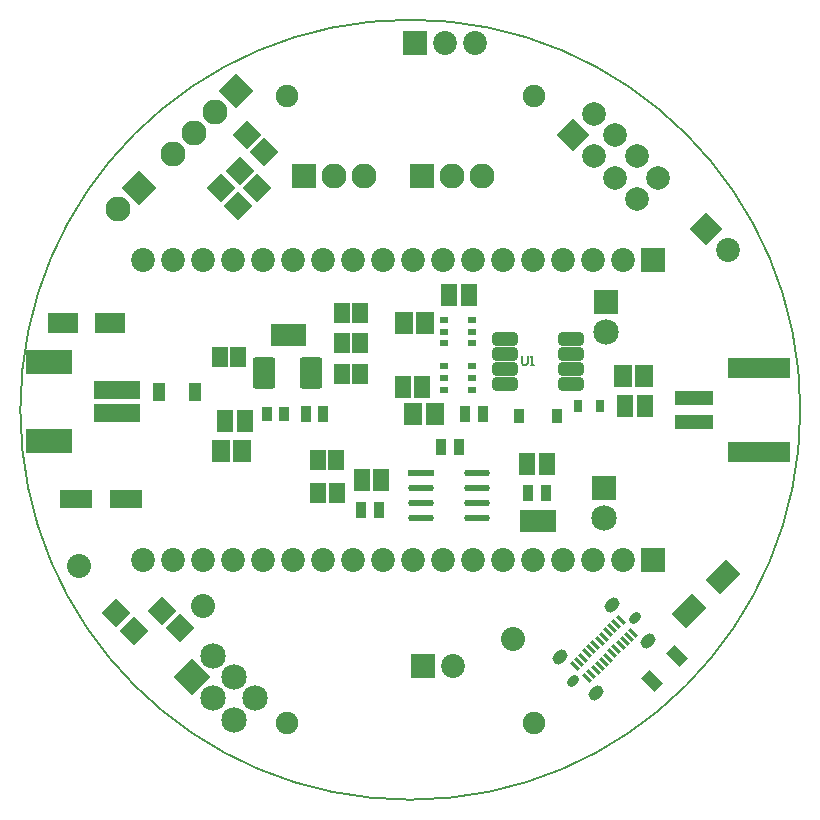
<source format=gts>
G04*
G04 #@! TF.GenerationSoftware,Altium Limited,Altium Designer,22.3.1 (43)*
G04*
G04 Layer_Color=8388736*
%FSLAX25Y25*%
%MOIN*%
G70*
G04*
G04 #@! TF.SameCoordinates,40EC2BD7-1702-4D78-AAFC-A13D33BD6AE8*
G04*
G04*
G04 #@! TF.FilePolarity,Negative*
G04*
G01*
G75*
%ADD15C,0.00700*%
%ADD16C,0.00500*%
%ADD17R,0.15386X0.07906*%
%ADD18R,0.15780X0.05937*%
G04:AMPARAMS|DCode=19|XSize=39.37mil|YSize=62.99mil|CornerRadius=0mil|HoleSize=0mil|Usage=FLASHONLY|Rotation=45.000|XOffset=0mil|YOffset=0mil|HoleType=Round|Shape=Rectangle|*
%AMROTATEDRECTD19*
4,1,4,0.00835,-0.03619,-0.03619,0.00835,-0.00835,0.03619,0.03619,-0.00835,0.00835,-0.03619,0.0*
%
%ADD19ROTATEDRECTD19*%

%ADD20R,0.03937X0.06299*%
%ADD21R,0.05937X0.07315*%
%ADD22R,0.20866X0.06693*%
%ADD23R,0.12598X0.04724*%
%ADD24R,0.05347X0.07315*%
%ADD25R,0.05543X0.07118*%
%ADD26R,0.03740X0.05315*%
%ADD27R,0.08540X0.02292*%
G04:AMPARAMS|DCode=28|XSize=85.4mil|YSize=22.92mil|CornerRadius=11.46mil|HoleSize=0mil|Usage=FLASHONLY|Rotation=0.000|XOffset=0mil|YOffset=0mil|HoleType=Round|Shape=RoundedRectangle|*
%AMROUNDEDRECTD28*
21,1,0.08540,0.00000,0,0,0.0*
21,1,0.06248,0.02292,0,0,0.0*
1,1,0.02292,0.03124,0.00000*
1,1,0.02292,-0.03124,0.00000*
1,1,0.02292,-0.03124,0.00000*
1,1,0.02292,0.03124,0.00000*
%
%ADD28ROUNDEDRECTD28*%
%ADD29P,0.09510X4X180.0*%
%ADD30R,0.02800X0.02000*%
%ADD31R,0.02800X0.02000*%
%ADD32R,0.02800X0.02000*%
%ADD33R,0.03600X0.04800*%
G04:AMPARAMS|DCode=34|XSize=45.59mil|YSize=84.96mil|CornerRadius=11.92mil|HoleSize=0mil|Usage=FLASHONLY|Rotation=90.000|XOffset=0mil|YOffset=0mil|HoleType=Round|Shape=RoundedRectangle|*
%AMROUNDEDRECTD34*
21,1,0.04559,0.06112,0,0,90.0*
21,1,0.02175,0.08496,0,0,90.0*
1,1,0.02384,0.03056,0.01088*
1,1,0.02384,0.03056,-0.01088*
1,1,0.02384,-0.03056,-0.01088*
1,1,0.02384,-0.03056,0.01088*
%
%ADD34ROUNDEDRECTD34*%
%ADD35R,0.03150X0.04134*%
%ADD36R,0.11024X0.06299*%
G04:AMPARAMS|DCode=37|XSize=11.81mil|YSize=37.4mil|CornerRadius=0mil|HoleSize=0mil|Usage=FLASHONLY|Rotation=225.000|XOffset=0mil|YOffset=0mil|HoleType=Round|Shape=Rectangle|*
%AMROTATEDRECTD37*
4,1,4,-0.00905,0.01740,0.01740,-0.00905,0.00905,-0.01740,-0.01740,0.00905,-0.00905,0.01740,0.0*
%
%ADD37ROTATEDRECTD37*%

%ADD38R,0.09843X0.06693*%
G04:AMPARAMS|DCode=39|XSize=98.43mil|YSize=66.93mil|CornerRadius=0mil|HoleSize=0mil|Usage=FLASHONLY|Rotation=45.000|XOffset=0mil|YOffset=0mil|HoleType=Round|Shape=Rectangle|*
%AMROTATEDRECTD39*
4,1,4,-0.01114,-0.05846,-0.05846,-0.01114,0.01114,0.05846,0.05846,0.01114,-0.01114,-0.05846,0.0*
%
%ADD39ROTATEDRECTD39*%

%ADD40R,0.03771X0.04969*%
%ADD41O,0.07709X0.02984*%
%ADD42C,0.00000*%
%ADD43C,0.08496*%
%ADD44R,0.08496X0.08496*%
%ADD45C,0.08000*%
%ADD46P,0.11737X4X270.0*%
%ADD47C,0.08299*%
%ADD48R,0.08299X0.08299*%
%ADD49C,0.07984*%
%ADD50P,0.11291X4X360.0*%
G04:AMPARAMS|DCode=51|XSize=55.12mil|YSize=39.37mil|CornerRadius=19.68mil|HoleSize=0mil|Usage=FLASHONLY|Rotation=225.000|XOffset=0mil|YOffset=0mil|HoleType=Round|Shape=RoundedRectangle|*
%AMROUNDEDRECTD51*
21,1,0.05512,0.00000,0,0,225.0*
21,1,0.01575,0.03937,0,0,225.0*
1,1,0.03937,-0.00557,-0.00557*
1,1,0.03937,0.00557,0.00557*
1,1,0.03937,0.00557,0.00557*
1,1,0.03937,-0.00557,-0.00557*
%
%ADD51ROUNDEDRECTD51*%
G04:AMPARAMS|DCode=52|XSize=45.28mil|YSize=29.53mil|CornerRadius=14.76mil|HoleSize=0mil|Usage=FLASHONLY|Rotation=225.000|XOffset=0mil|YOffset=0mil|HoleType=Round|Shape=RoundedRectangle|*
%AMROUNDEDRECTD52*
21,1,0.04528,0.00000,0,0,225.0*
21,1,0.01575,0.02953,0,0,225.0*
1,1,0.02953,-0.00557,-0.00557*
1,1,0.02953,0.00557,0.00557*
1,1,0.02953,0.00557,0.00557*
1,1,0.02953,-0.00557,-0.00557*
%
%ADD52ROUNDEDRECTD52*%
%ADD53R,0.07984X0.07984*%
%ADD54P,0.12015X4X360.0*%
%ADD55P,0.11180X4X360.0*%
%ADD56C,0.07906*%
%ADD57C,0.07512*%
D15*
X783510Y460624D02*
Y458125D01*
X784010Y457625D01*
X785009D01*
X785509Y458125D01*
Y460624D01*
X786509Y457625D02*
X787509D01*
X787009D01*
Y460624D01*
X786509Y460124D01*
D16*
X876400Y442700D02*
G03*
X876400Y442700I-130000J0D01*
G01*
D17*
X625845Y432287D02*
D03*
Y458665D02*
D03*
D18*
X648483Y441539D02*
D03*
Y449413D02*
D03*
D19*
X835289Y360715D02*
D03*
X826937Y352363D02*
D03*
D20*
X662710Y448702D02*
D03*
X674520D02*
D03*
D21*
X708747Y467753D02*
D03*
X702842D02*
D03*
X791834Y405495D02*
D03*
X785929D02*
D03*
X754502Y441183D02*
D03*
X747415D02*
D03*
X744373Y471717D02*
D03*
X751460D02*
D03*
X690382Y429041D02*
D03*
X824412Y453800D02*
D03*
X683296Y429041D02*
D03*
X817325Y453800D02*
D03*
D22*
X862523Y428724D02*
D03*
Y456676D02*
D03*
D23*
X840948Y438763D02*
D03*
Y446637D02*
D03*
D24*
X759434Y480769D02*
D03*
X765930D02*
D03*
X750443Y450170D02*
D03*
X743947D02*
D03*
X730150Y419233D02*
D03*
X736647D02*
D03*
X791946Y424664D02*
D03*
X785450D02*
D03*
X824510Y443841D02*
D03*
X818014D02*
D03*
X691231Y438955D02*
D03*
X684735D02*
D03*
D25*
X689067Y460388D02*
D03*
X682965D02*
D03*
X721652Y425800D02*
D03*
X721877Y415100D02*
D03*
X715549Y425800D02*
D03*
X715774Y415100D02*
D03*
X729607Y475071D02*
D03*
X723504D02*
D03*
X729607Y454694D02*
D03*
X723504D02*
D03*
X729751Y465036D02*
D03*
X723649D02*
D03*
D26*
X730105Y409298D02*
D03*
X736010D02*
D03*
X791617Y415099D02*
D03*
X785712Y415099D02*
D03*
X762605Y430199D02*
D03*
X756700D02*
D03*
X764627Y441183D02*
D03*
X770533D02*
D03*
X717448Y441244D02*
D03*
X711542D02*
D03*
D27*
X749952Y421516D02*
D03*
D28*
Y416516D02*
D03*
Y411516D02*
D03*
Y406516D02*
D03*
X768563D02*
D03*
Y411516D02*
D03*
Y416516D02*
D03*
Y421516D02*
D03*
D29*
X697754Y528494D02*
D03*
X691908Y534340D02*
D03*
X683162Y516548D02*
D03*
X689008Y510702D02*
D03*
X695336Y516548D02*
D03*
X689490Y522395D02*
D03*
X648316Y374791D02*
D03*
X654162Y368945D02*
D03*
X663788Y375625D02*
D03*
X669634Y369779D02*
D03*
D30*
X766888Y472648D02*
D03*
Y468748D02*
D03*
Y457232D02*
D03*
Y453332D02*
D03*
D31*
Y464848D02*
D03*
Y449432D02*
D03*
D32*
X757688Y468748D02*
D03*
Y464848D02*
D03*
Y472648D02*
D03*
Y449432D02*
D03*
Y453332D02*
D03*
Y457232D02*
D03*
D33*
X795460Y440490D02*
D03*
X782560D02*
D03*
D34*
X800132Y451125D02*
D03*
Y456125D02*
D03*
Y461125D02*
D03*
X777888D02*
D03*
Y466125D02*
D03*
X800132D02*
D03*
X777888Y456125D02*
D03*
Y451125D02*
D03*
D35*
X802225Y444038D02*
D03*
X809508D02*
D03*
D36*
X651800Y412943D02*
D03*
X634871D02*
D03*
D37*
X820688Y368415D02*
D03*
X819296Y367023D02*
D03*
X817904Y365631D02*
D03*
X816512Y364239D02*
D03*
X815120Y362847D02*
D03*
X813728Y361455D02*
D03*
X812336Y360063D02*
D03*
X810944Y358671D02*
D03*
X809552Y357279D02*
D03*
X808160Y355888D02*
D03*
X806768Y354496D02*
D03*
X805376Y353104D02*
D03*
X801173Y357307D02*
D03*
X802565Y358699D02*
D03*
X803956Y360091D02*
D03*
X805348Y361483D02*
D03*
X806740Y362875D02*
D03*
X808132Y364267D02*
D03*
X809524Y365659D02*
D03*
X810916Y367051D02*
D03*
X812308Y368443D02*
D03*
X813700Y369835D02*
D03*
X815092Y371227D02*
D03*
X816484Y372619D02*
D03*
D38*
X646447Y471607D02*
D03*
X630699D02*
D03*
D39*
X850600Y386791D02*
D03*
X839465Y375656D02*
D03*
D40*
X698601Y441244D02*
D03*
X704327D02*
D03*
D41*
X713435Y450993D02*
D03*
Y452961D02*
D03*
X713435Y454930D02*
D03*
Y456898D02*
D03*
X713435Y458867D02*
D03*
X697491Y450993D02*
D03*
Y452961D02*
D03*
X697491Y454930D02*
D03*
Y456898D02*
D03*
X697491Y458867D02*
D03*
D42*
X790609Y338200D02*
G03*
X790609Y338200I-2957J0D01*
G01*
X708105Y338200D02*
G03*
X708105Y338200I-2957J0D01*
G01*
Y547200D02*
G03*
X708105Y547200I-2957J0D01*
G01*
X790609D02*
G03*
X790609Y547200I-2957J0D01*
G01*
D43*
X811769Y468480D02*
D03*
X810852Y406640D02*
D03*
X694722Y346487D02*
D03*
X687650Y353558D02*
D03*
Y339416D02*
D03*
X680579Y346487D02*
D03*
Y360630D02*
D03*
D44*
X811769Y478480D02*
D03*
X810852Y416640D02*
D03*
D45*
X636100Y390600D02*
D03*
X677400Y377285D02*
D03*
X780646Y366174D02*
D03*
D46*
X656030Y516548D02*
D03*
X688400Y549100D02*
D03*
D47*
X648959Y509477D02*
D03*
X770197Y520495D02*
D03*
X760197D02*
D03*
X720932Y520481D02*
D03*
X730932D02*
D03*
X681329Y542029D02*
D03*
X674258Y534958D02*
D03*
X667187Y527887D02*
D03*
D48*
X750197Y520495D02*
D03*
X710932Y520481D02*
D03*
D49*
X697400Y392700D02*
D03*
X852171Y495929D02*
D03*
X667400Y392700D02*
D03*
X758057Y565000D02*
D03*
X768057D02*
D03*
X687400Y392700D02*
D03*
X707400D02*
D03*
X727400D02*
D03*
X747400D02*
D03*
X757400D02*
D03*
X777400D02*
D03*
X787400D02*
D03*
X797400D02*
D03*
X817400D02*
D03*
X807400D02*
D03*
X767400D02*
D03*
X737400D02*
D03*
X717400D02*
D03*
X677400D02*
D03*
X657400D02*
D03*
X760660Y357279D02*
D03*
X657400Y492700D02*
D03*
X667400D02*
D03*
X677400D02*
D03*
X717400D02*
D03*
X737400D02*
D03*
X767400D02*
D03*
X807400D02*
D03*
X817400D02*
D03*
X797400D02*
D03*
X787400D02*
D03*
X777400D02*
D03*
X757400D02*
D03*
X747400D02*
D03*
X727400D02*
D03*
X707400D02*
D03*
X697400D02*
D03*
X687400D02*
D03*
D50*
X845100Y503000D02*
D03*
D51*
X825545Y365506D02*
D03*
X813575Y377477D02*
D03*
X808285Y348246D02*
D03*
X796315Y360216D02*
D03*
D52*
X821370Y373301D02*
D03*
X800490Y352422D02*
D03*
D53*
X748058Y565000D02*
D03*
X827400Y392700D02*
D03*
X750660Y357279D02*
D03*
X827400Y492700D02*
D03*
D54*
X673508Y353558D02*
D03*
D55*
X800626Y534199D02*
D03*
D56*
X807697Y541270D02*
D03*
Y527128D02*
D03*
X814769Y534199D02*
D03*
Y520057D02*
D03*
X821840Y512986D02*
D03*
Y527128D02*
D03*
X828911Y520057D02*
D03*
D57*
X787652Y338200D02*
D03*
X705148Y338200D02*
D03*
Y547200D02*
D03*
X787652D02*
D03*
M02*

</source>
